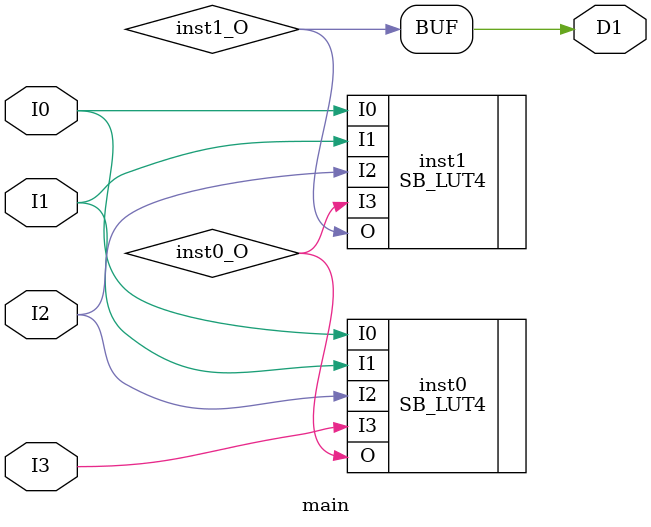
<source format=v>
module main (input  I0, input  I1, input  I2, input  I3, output  D1);
wire  inst0_O;
wire  inst1_O;
SB_LUT4 #(.LUT_INIT(16'h8000)) inst0 (.I0(I0), .I1(I1), .I2(I2), .I3(I3), .O(inst0_O));
SB_LUT4 #(.LUT_INIT(16'h8000)) inst1 (.I0(I0), .I1(I1), .I2(I2), .I3(inst0_O), .O(inst1_O));
assign D1 = inst1_O;
endmodule


</source>
